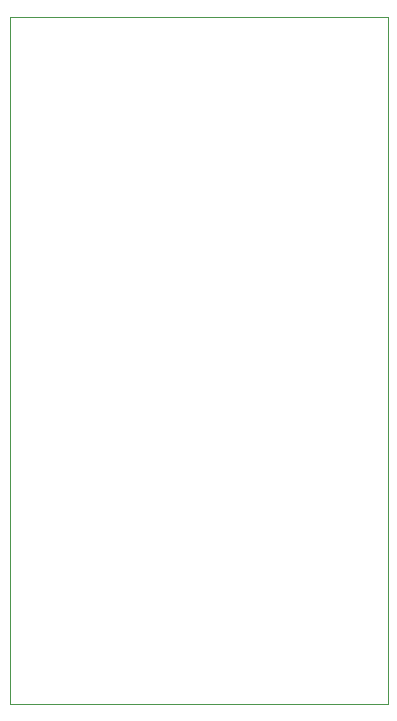
<source format=gbr>
%TF.GenerationSoftware,KiCad,Pcbnew,8.0.1*%
%TF.CreationDate,2024-04-26T00:23:45+02:00*%
%TF.ProjectId,controller_lpc1115_2MU_v1.04,636f6e74-726f-46c6-9c65-725f6c706331,rev?*%
%TF.SameCoordinates,Original*%
%TF.FileFunction,Profile,NP*%
%FSLAX46Y46*%
G04 Gerber Fmt 4.6, Leading zero omitted, Abs format (unit mm)*
G04 Created by KiCad (PCBNEW 8.0.1) date 2024-04-26 00:23:45*
%MOMM*%
%LPD*%
G01*
G04 APERTURE LIST*
%TA.AperFunction,Profile*%
%ADD10C,0.050000*%
%TD*%
G04 APERTURE END LIST*
D10*
X164538100Y-77141450D02*
X132538100Y-77141450D01*
X164538100Y-135243950D02*
X164538100Y-77141450D01*
X132538100Y-135243950D02*
X164538100Y-135243950D01*
X132538100Y-77141450D02*
X132538100Y-135243950D01*
M02*

</source>
